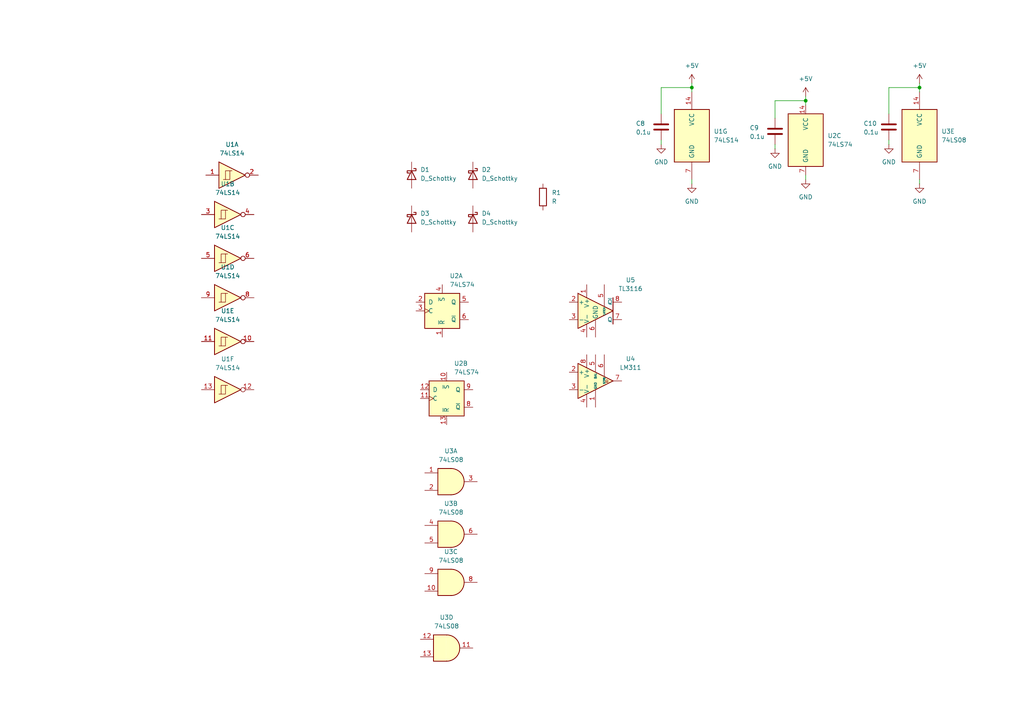
<source format=kicad_sch>
(kicad_sch (version 20250114) (generator "eeschema") (generator_version "9.0")
  (paper "A4")
  (lib_symbols
    (symbol "74xx:74LS08" (pin_names (offset 1.016))
      (property "Reference" "U" (at 0 1.27 0))
      (property "Value" "74LS08" (at 0 -1.27 0))
      (symbol "74LS08_1_1"
        (arc (start 0 3.81) (mid 3.7934 0) (end 0 -3.81) (stroke (width 0.254)) (fill (type background)))
        (polyline (pts (xy 0 3.81) (xy -3.81 3.81) (xy -3.81 -3.81) (xy 0 -3.81)) (stroke (width 0.254)) (fill (type background)))
        (pin input line (at -7.62 2.54 0) (length 3.81) (name "~") (number "1"))
        (pin input line (at -7.62 -2.54 0) (length 3.81) (name "~") (number "2"))
        (pin output line (at 7.62 0 180) (length 3.81) (name "~") (number "3"))
      )
      (symbol "74LS08_1_2"
        (arc (start -3.81 3.81) (mid -2.589 0) (end -3.81 -3.81) (stroke (width 0.254)))
        (polyline (pts (xy -3.81 3.81) (xy -0.635 3.81)) (stroke (width 0.254)) (fill (type background)))
        (polyline (pts (xy -3.81 -3.81) (xy -0.635 -3.81)) (stroke (width 0.254)) (fill (type background)))
        (arc (start 3.81 0) (mid 2.1855 -2.584) (end -0.6096 -3.81) (stroke (width 0.254)) (fill (type background)))
        (arc (start -0.6096 3.81) (mid 2.1928 2.5924) (end 3.81 0) (stroke (width 0.254)) (fill (type background)))
        (polyline (pts (xy -0.635 3.81) (xy -3.81 3.81) (xy -3.81 3.81) (xy -3.556 3.4036) (xy -3.0226 2.2606) (xy -2.6924 1.0414) (xy -2.6162 -0.254) (xy -2.7686 -1.4986) (xy -3.175 -2.7178) (xy -3.81 -3.81) (xy -3.81 -3.81) (xy -0.635 -3.81)) (stroke (width -25.4)) (fill (type background)))
        (pin input inverted (at -7.62 2.54 0) (length 4.318) (name "~") (number "1"))
        (pin input inverted (at -7.62 -2.54 0) (length 4.318) (name "~") (number "2"))
        (pin output inverted (at 7.62 0 180) (length 3.81) (name "~") (number "3"))
      )
      (symbol "74LS08_2_1"
        (arc (start 0 3.81) (mid 3.7934 0) (end 0 -3.81) (stroke (width 0.254)) (fill (type background)))
        (polyline (pts (xy 0 3.81) (xy -3.81 3.81) (xy -3.81 -3.81) (xy 0 -3.81)) (stroke (width 0.254)) (fill (type background)))
        (pin input line (at -7.62 2.54 0) (length 3.81) (name "~") (number "4"))
        (pin input line (at -7.62 -2.54 0) (length 3.81) (name "~") (number "5"))
        (pin output line (at 7.62 0 180) (length 3.81) (name "~") (number "6"))
      )
      (symbol "74LS08_2_2"
        (arc (start -3.81 3.81) (mid -2.589 0) (end -3.81 -3.81) (stroke (width 0.254)))
        (polyline (pts (xy -3.81 3.81) (xy -0.635 3.81)) (stroke (width 0.254)) (fill (type background)))
        (polyline (pts (xy -3.81 -3.81) (xy -0.635 -3.81)) (stroke (width 0.254)) (fill (type background)))
        (arc (start 3.81 0) (mid 2.1855 -2.584) (end -0.6096 -3.81) (stroke (width 0.254)) (fill (type background)))
        (arc (start -0.6096 3.81) (mid 2.1928 2.5924) (end 3.81 0) (stroke (width 0.254)) (fill (type background)))
        (polyline (pts (xy -0.635 3.81) (xy -3.81 3.81) (xy -3.81 3.81) (xy -3.556 3.4036) (xy -3.0226 2.2606) (xy -2.6924 1.0414) (xy -2.6162 -0.254) (xy -2.7686 -1.4986) (xy -3.175 -2.7178) (xy -3.81 -3.81) (xy -3.81 -3.81) (xy -0.635 -3.81)) (stroke (width -25.4)) (fill (type background)))
        (pin input inverted (at -7.62 2.54 0) (length 4.318) (name "~") (number "4"))
        (pin input inverted (at -7.62 -2.54 0) (length 4.318) (name "~") (number "5"))
        (pin output inverted (at 7.62 0 180) (length 3.81) (name "~") (number "6"))
      )
      (symbol "74LS08_3_1"
        (arc (start 0 3.81) (mid 3.7934 0) (end 0 -3.81) (stroke (width 0.254)) (fill (type background)))
        (polyline (pts (xy 0 3.81) (xy -3.81 3.81) (xy -3.81 -3.81) (xy 0 -3.81)) (stroke (width 0.254)) (fill (type background)))
        (pin input line (at -7.62 2.54 0) (length 3.81) (name "~") (number "9"))
        (pin input line (at -7.62 -2.54 0) (length 3.81) (name "~") (number "10"))
        (pin output line (at 7.62 0 180) (length 3.81) (name "~") (number "8"))
      )
      (symbol "74LS08_3_2"
        (arc (start -3.81 3.81) (mid -2.589 0) (end -3.81 -3.81) (stroke (width 0.254)))
        (polyline (pts (xy -3.81 3.81) (xy -0.635 3.81)) (stroke (width 0.254)) (fill (type background)))
        (polyline (pts (xy -3.81 -3.81) (xy -0.635 -3.81)) (stroke (width 0.254)) (fill (type background)))
        (arc (start 3.81 0) (mid 2.1855 -2.584) (end -0.6096 -3.81) (stroke (width 0.254)) (fill (type background)))
        (arc (start -0.6096 3.81) (mid 2.1928 2.5924) (end 3.81 0) (stroke (width 0.254)) (fill (type background)))
        (polyline (pts (xy -0.635 3.81) (xy -3.81 3.81) (xy -3.81 3.81) (xy -3.556 3.4036) (xy -3.0226 2.2606) (xy -2.6924 1.0414) (xy -2.6162 -0.254) (xy -2.7686 -1.4986) (xy -3.175 -2.7178) (xy -3.81 -3.81) (xy -3.81 -3.81) (xy -0.635 -3.81)) (stroke (width -25.4)) (fill (type background)))
        (pin input inverted (at -7.62 2.54 0) (length 4.318) (name "~") (number "9"))
        (pin input inverted (at -7.62 -2.54 0) (length 4.318) (name "~") (number "10"))
        (pin output inverted (at 7.62 0 180) (length 3.81) (name "~") (number "8"))
      )
      (symbol "74LS08_4_1"
        (arc (start 0 3.81) (mid 3.7934 0) (end 0 -3.81) (stroke (width 0.254)) (fill (type background)))
        (polyline (pts (xy 0 3.81) (xy -3.81 3.81) (xy -3.81 -3.81) (xy 0 -3.81)) (stroke (width 0.254)) (fill (type background)))
        (pin input line (at -7.62 2.54 0) (length 3.81) (name "~") (number "12"))
        (pin input line (at -7.62 -2.54 0) (length 3.81) (name "~") (number "13"))
        (pin output line (at 7.62 0 180) (length 3.81) (name "~") (number "11"))
      )
      (symbol "74LS08_4_2"
        (arc (start -3.81 3.81) (mid -2.589 0) (end -3.81 -3.81) (stroke (width 0.254)))
        (polyline (pts (xy -3.81 3.81) (xy -0.635 3.81)) (stroke (width 0.254)) (fill (type background)))
        (polyline (pts (xy -3.81 -3.81) (xy -0.635 -3.81)) (stroke (width 0.254)) (fill (type background)))
        (arc (start 3.81 0) (mid 2.1855 -2.584) (end -0.6096 -3.81) (stroke (width 0.254)) (fill (type background)))
        (arc (start -0.6096 3.81) (mid 2.1928 2.5924) (end 3.81 0) (stroke (width 0.254)) (fill (type background)))
        (polyline (pts (xy -0.635 3.81) (xy -3.81 3.81) (xy -3.81 3.81) (xy -3.556 3.4036) (xy -3.0226 2.2606) (xy -2.6924 1.0414) (xy -2.6162 -0.254) (xy -2.7686 -1.4986) (xy -3.175 -2.7178) (xy -3.81 -3.81) (xy -3.81 -3.81) (xy -0.635 -3.81)) (stroke (width -25.4)) (fill (type background)))
        (pin input inverted (at -7.62 2.54 0) (length 4.318) (name "~") (number "12"))
        (pin input inverted (at -7.62 -2.54 0) (length 4.318) (name "~") (number "13"))
        (pin output inverted (at 7.62 0 180) (length 3.81) (name "~") (number "11"))
      )
      (symbol "74LS08_5_0"
        (pin power_in line (at 0 12.7 270) (length 5.08) (name "VCC") (number "14"))
        (pin power_in line (at 0 -12.7 90) (length 5.08) (name "GND") (number "7"))
      )
      (symbol "74LS08_5_1"
        (rectangle (start -5.08 7.62) (end 5.08 -7.62) (stroke (width 0.254)) (fill (type background)))
      )
    )
    (symbol "74xx:74LS14" (pin_names (offset 1.016))
      (property "Reference" "U" (at 0 1.27 0))
      (property "Value" "74LS14" (at 0 -1.27 0))
      (symbol "74LS14_1_0"
        (polyline (pts (xy -3.81 3.81) (xy -3.81 -3.81) (xy 3.81 0) (xy -3.81 3.81)) (stroke (width 0.254)) (fill (type background)))
        (pin input line (at -7.62 0 0) (length 3.81) (name "~") (number "1"))
        (pin output inverted (at 7.62 0 180) (length 3.81) (name "~") (number "2"))
      )
      (symbol "74LS14_1_1"
        (polyline (pts (xy -2.54 -1.27) (xy -0.635 -1.27) (xy -0.635 1.27) (xy 0 1.27)))
        (polyline (pts (xy -1.905 -1.27) (xy -1.905 1.27) (xy -0.635 1.27)))
      )
      (symbol "74LS14_2_0"
        (polyline (pts (xy -3.81 3.81) (xy -3.81 -3.81) (xy 3.81 0) (xy -3.81 3.81)) (stroke (width 0.254)) (fill (type background)))
        (pin input line (at -7.62 0 0) (length 3.81) (name "~") (number "3"))
        (pin output inverted (at 7.62 0 180) (length 3.81) (name "~") (number "4"))
      )
      (symbol "74LS14_2_1"
        (polyline (pts (xy -2.54 -1.27) (xy -0.635 -1.27) (xy -0.635 1.27) (xy 0 1.27)))
        (polyline (pts (xy -1.905 -1.27) (xy -1.905 1.27) (xy -0.635 1.27)))
      )
      (symbol "74LS14_3_0"
        (polyline (pts (xy -3.81 3.81) (xy -3.81 -3.81) (xy 3.81 0) (xy -3.81 3.81)) (stroke (width 0.254)) (fill (type background)))
        (pin input line (at -7.62 0 0) (length 3.81) (name "~") (number "5"))
        (pin output inverted (at 7.62 0 180) (length 3.81) (name "~") (number "6"))
      )
      (symbol "74LS14_3_1"
        (polyline (pts (xy -2.54 -1.27) (xy -0.635 -1.27) (xy -0.635 1.27) (xy 0 1.27)))
        (polyline (pts (xy -1.905 -1.27) (xy -1.905 1.27) (xy -0.635 1.27)))
      )
      (symbol "74LS14_4_0"
        (polyline (pts (xy -3.81 3.81) (xy -3.81 -3.81) (xy 3.81 0) (xy -3.81 3.81)) (stroke (width 0.254)) (fill (type background)))
        (pin input line (at -7.62 0 0) (length 3.81) (name "~") (number "9"))
        (pin output inverted (at 7.62 0 180) (length 3.81) (name "~") (number "8"))
      )
      (symbol "74LS14_4_1"
        (polyline (pts (xy -2.54 -1.27) (xy -0.635 -1.27) (xy -0.635 1.27) (xy 0 1.27)))
        (polyline (pts (xy -1.905 -1.27) (xy -1.905 1.27) (xy -0.635 1.27)))
      )
      (symbol "74LS14_5_0"
        (polyline (pts (xy -3.81 3.81) (xy -3.81 -3.81) (xy 3.81 0) (xy -3.81 3.81)) (stroke (width 0.254)) (fill (type background)))
        (pin input line (at -7.62 0 0) (length 3.81) (name "~") (number "11"))
        (pin output inverted (at 7.62 0 180) (length 3.81) (name "~") (number "10"))
      )
      (symbol "74LS14_5_1"
        (polyline (pts (xy -2.54 -1.27) (xy -0.635 -1.27) (xy -0.635 1.27) (xy 0 1.27)))
        (polyline (pts (xy -1.905 -1.27) (xy -1.905 1.27) (xy -0.635 1.27)))
      )
      (symbol "74LS14_6_0"
        (polyline (pts (xy -3.81 3.81) (xy -3.81 -3.81) (xy 3.81 0) (xy -3.81 3.81)) (stroke (width 0.254)) (fill (type background)))
        (pin input line (at -7.62 0 0) (length 3.81) (name "~") (number "13"))
        (pin output inverted (at 7.62 0 180) (length 3.81) (name "~") (number "12"))
      )
      (symbol "74LS14_6_1"
        (polyline (pts (xy -2.54 -1.27) (xy -0.635 -1.27) (xy -0.635 1.27) (xy 0 1.27)))
        (polyline (pts (xy -1.905 -1.27) (xy -1.905 1.27) (xy -0.635 1.27)))
      )
      (symbol "74LS14_7_0"
        (pin power_in line (at 0 12.7 270) (length 5.08) (name "VCC") (number "14"))
        (pin power_in line (at 0 -12.7 90) (length 5.08) (name "GND") (number "7"))
      )
      (symbol "74LS14_7_1"
        (rectangle (start -5.08 7.62) (end 5.08 -7.62) (stroke (width 0.254)) (fill (type background)))
      )
    )
    (symbol "74xx:74LS74" (pin_names (offset 1.016))
      (property "Reference" "U" (at -7.62 8.89 0))
      (property "Value" "74LS74" (at -7.62 -8.89 0))
      (symbol "74LS74_1_0"
        (pin input line (at -7.62 2.54 0) (length 2.54) (name "D") (number "2"))
        (pin input clock (at -7.62 0 0) (length 2.54) (name "C") (number "3"))
        (pin input line (at 0 7.62 270) (length 2.54) (name "~{S}") (number "4"))
        (pin input line (at 0 -7.62 90) (length 2.54) (name "~{R}") (number "1"))
        (pin output line (at 7.62 2.54 180) (length 2.54) (name "Q") (number "5"))
        (pin output line (at 7.62 -2.54 180) (length 2.54) (name "~{Q}") (number "6"))
      )
      (symbol "74LS74_1_1"
        (rectangle (start -5.08 5.08) (end 5.08 -5.08) (stroke (width 0.254)) (fill (type background)))
      )
      (symbol "74LS74_2_0"
        (pin input line (at -7.62 2.54 0) (length 2.54) (name "D") (number "12"))
        (pin input clock (at -7.62 0 0) (length 2.54) (name "C") (number "11"))
        (pin input line (at 0 7.62 270) (length 2.54) (name "~{S}") (number "10"))
        (pin input line (at 0 -7.62 90) (length 2.54) (name "~{R}") (number "13"))
        (pin output line (at 7.62 2.54 180) (length 2.54) (name "Q") (number "9"))
        (pin output line (at 7.62 -2.54 180) (length 2.54) (name "~{Q}") (number "8"))
      )
      (symbol "74LS74_2_1"
        (rectangle (start -5.08 5.08) (end 5.08 -5.08) (stroke (width 0.254)) (fill (type background)))
      )
      (symbol "74LS74_3_0"
        (pin power_in line (at 0 10.16 270) (length 2.54) (name "VCC") (number "14"))
        (pin power_in line (at 0 -10.16 90) (length 2.54) (name "GND") (number "7"))
      )
      (symbol "74LS74_3_1"
        (rectangle (start -5.08 7.62) (end 5.08 -7.62) (stroke (width 0.254)) (fill (type background)))
      )
    )
    (symbol "Comparator:LM311" (pin_names (offset 0.127))
      (property "Reference" "U" (at 3.81 6.35 0))
      (property "Value" "LM311" (at 3.81 3.81 0))
      (symbol "LM311_0_1"
        (polyline (pts (xy 3.683 -0.381) (xy 3.302 -0.381) (xy 3.683 0) (xy 3.302 0.381) (xy 2.921 0) (xy 3.302 -0.381) (xy 2.921 -0.381)) (stroke (width 0.127)))
        (polyline (pts (xy 5.08 0) (xy -5.08 5.08) (xy -5.08 -5.08) (xy 5.08 0)) (stroke (width 0.254)) (fill (type background)))
      )
      (symbol "LM311_1_1"
        (pin input line (at -7.62 2.54 0) (length 2.54) (name "+") (number "2"))
        (pin input line (at -7.62 -2.54 0) (length 2.54) (name "-") (number "3"))
        (pin power_in line (at -2.54 7.62 270) (length 3.81) (name "V+") (number "8"))
        (pin power_in line (at -2.54 -7.62 90) (length 3.81) (name "V-") (number "4"))
        (pin input line (at 0 7.62 270) (length 5.08) (name "BAL") (number "5"))
        (pin passive line (at 0 -7.62 90) (length 5.08) (name "GND") (number "1"))
        (pin input line (at 2.54 7.62 270) (length 6.35) (name "STRB") (number "6"))
        (pin open_collector line (at 7.62 0 180) (length 2.54) (name "~") (number "7"))
      )
    )
    (symbol "Comparator:TL3116" (pin_names (offset 0.127))
      (property "Reference" "U" (at 3.81 6.35 0))
      (property "Value" "TL3116" (at 3.81 -5.08 0))
      (symbol "TL3116_0_1"
        (polyline (pts (xy -5.08 5.08) (xy 5.08 0) (xy -5.08 -5.08) (xy -5.08 5.08)) (stroke (width 0.254)) (fill (type background)))
        (polyline (pts (xy 5.08 3.81) (xy 5.08 -3.81)) (stroke (width 0.254)))
      )
      (symbol "TL3116_1_1"
        (pin input line (at -7.62 2.54 0) (length 2.54) (name "+") (number "2"))
        (pin input line (at -7.62 -2.54 0) (length 2.54) (name "-") (number "3"))
        (pin power_in line (at -2.54 7.62 270) (length 3.81) (name "V+") (number "1"))
        (pin power_in line (at -2.54 -7.62 90) (length 3.81) (name "V-") (number "4"))
        (pin power_in line (at 0 -7.62 90) (length 5.08) (name "GND") (number "6"))
        (pin input line (at 2.54 7.62 270) (length 6.35) (name "LATCH") (number "5"))
        (pin output line (at 7.62 2.54 180) (length 2.54) (name "~{Q}") (number "8"))
        (pin output line (at 7.62 -2.54 180) (length 2.54) (name "Q") (number "7"))
      )
    )
    (symbol "Device:C" (pin_numbers (hide yes)) (pin_names (offset 0.254))
      (property "Reference" "C" (at 0.635 2.54 0))
      (property "Value" "C" (at 0.635 -2.54 0))
      (symbol "C_0_1"
        (polyline (pts (xy -2.032 0.762) (xy 2.032 0.762)) (stroke (width 0.508)))
        (polyline (pts (xy -2.032 -0.762) (xy 2.032 -0.762)) (stroke (width 0.508)))
      )
      (symbol "C_1_1"
        (pin passive line (at 0 3.81 270) (length 2.794) (name "~") (number "1"))
        (pin passive line (at 0 -3.81 90) (length 2.794) (name "~") (number "2"))
      )
    )
    (symbol "Device:D_Schottky" (pin_numbers (hide yes)) (pin_names (offset 1.016) (hide yes))
      (property "Reference" "D" (at 0 2.54 0))
      (property "Value" "D_Schottky" (at 0 -2.54 0))
      (symbol "D_Schottky_0_1"
        (polyline (pts (xy -1.905 0.635) (xy -1.905 1.27) (xy -1.27 1.27) (xy -1.27 -1.27) (xy -0.635 -1.27) (xy -0.635 -0.635)) (stroke (width 0.254)))
        (polyline (pts (xy 1.27 1.27) (xy 1.27 -1.27) (xy -1.27 0) (xy 1.27 1.27)) (stroke (width 0.254)))
        (polyline (pts (xy 1.27 0) (xy -1.27 0)))
      )
      (symbol "D_Schottky_1_1"
        (pin passive line (at -3.81 0 0) (length 2.54) (name "K") (number "1"))
        (pin passive line (at 3.81 0 180) (length 2.54) (name "A") (number "2"))
      )
    )
    (symbol "Device:R" (pin_numbers (hide yes)) (pin_names (offset 0))
      (property "Reference" "R" (at 2.032 0 90))
      (property "Value" "R" (at 0 0 90))
      (symbol "R_0_1"
        (rectangle (start -1.016 -2.54) (end 1.016 2.54) (stroke (width 0.254)))
      )
      (symbol "R_1_1"
        (pin passive line (at 0 3.81 270) (length 1.27) (name "~") (number "1"))
        (pin passive line (at 0 -3.81 90) (length 1.27) (name "~") (number "2"))
      )
    )
    (symbol "power:+5V" (power) (pin_numbers (hide yes)) (pin_names (offset 0) (hide yes))
      (property "Value" "+5V" (at 0 3.556 0))
      (symbol "+5V_0_1"
        (polyline (pts (xy -0.762 1.27) (xy 0 2.54)))
        (polyline (pts (xy 0 2.54) (xy 0.762 1.27)))
        (polyline (pts (xy 0 0) (xy 0 2.54)))
      )
      (symbol "+5V_1_1"
        (pin power_in line (at 0 0 90) (length 0) (name "~") (number "1"))
      )
    )
    (symbol "power:GND" (power) (pin_numbers (hide yes)) (pin_names (offset 0) (hide yes))
      (property "Value" "GND" (at 0 -3.81 0))
      (symbol "GND_0_1"
        (polyline (pts (xy 0 0) (xy 0 -1.27) (xy 1.27 -1.27) (xy 0 -2.54) (xy -1.27 -1.27) (xy 0 -1.27)))
      )
      (symbol "GND_1_1"
        (pin power_in line (at 0 0 270) (length 0) (name "~") (number "1"))
      )
    )
  )
  (junction (at 200.66 25.4))
  (junction (at 266.7 25.4))
  (junction (at 233.68 29.21))
  (wire (pts (xy 266.7 24.13) (xy 266.7 25.4)))
  (wire (pts (xy 233.68 27.94) (xy 233.68 29.21)))
  (wire (pts (xy 200.66 25.4) (xy 200.66 26.67)))
  (wire (pts (xy 257.81 41.91) (xy 257.81 40.64)))
  (wire (pts (xy 266.7 25.4) (xy 266.7 26.67)))
  (wire (pts (xy 233.68 29.21) (xy 233.68 30.48)))
  (wire (pts (xy 257.81 25.4) (xy 257.81 33.02)))
  (wire (pts (xy 191.77 25.4) (xy 200.66 25.4)))
  (wire (pts (xy 224.79 43.18) (xy 224.79 41.91)))
  (wire (pts (xy 191.77 25.4) (xy 191.77 33.02)))
  (wire (pts (xy 200.66 24.13) (xy 200.66 25.4)))
  (wire (pts (xy 224.79 29.21) (xy 224.79 34.29)))
  (wire (pts (xy 224.79 29.21) (xy 233.68 29.21)))
  (wire (pts (xy 266.7 53.34) (xy 266.7 52.07)))
  (wire (pts (xy 233.68 52.07) (xy 233.68 50.8)))
  (wire (pts (xy 200.66 53.34) (xy 200.66 52.07)))
  (wire (pts (xy 257.81 25.4) (xy 266.7 25.4)))
  (wire (pts (xy 191.77 41.91) (xy 191.77 40.64)))
  (symbol (lib_id "74xx:74LS14") (at 66.04 113.03 0) (unit 6)
    (property "Reference" "U1" (at 66.04 104.14 0))
    (property "Value" "74LS14" (at 66.04 106.68 0))
    (property "Footprint" "Package_DIP:DIP-14_W7.62mm_Socket" (effects (hide yes)))
    (property "Datasheet" "http://www.ti.com/lit/gpn/sn74LS14" (effects (hide yes)))
    (property "Description" "Hex inverter schmitt trigger" (effects (hide yes)))
  )
  (symbol (lib_id "Device:C") (at 257.81 36.83 180) (unit 1)
    (property "Reference" "C10" (at 250.444 35.814 0) (effects (justify right)))
    (property "Value" "0.1u" (at 250.444 38.354 0) (effects (justify right)))
    (property "Description" "Unpolarized capacitor" (effects (hide yes)))
  )
  (symbol (lib_id "Device:C") (at 191.77 36.83 180) (unit 1)
    (property "Reference" "C8" (at 184.404 35.814 0) (effects (justify right)))
    (property "Value" "0.1u" (at 184.404 38.354 0) (effects (justify right)))
    (property "Description" "Unpolarized capacitor" (effects (hide yes)))
  )
  (symbol (lib_id "Comparator:LM311") (at 172.72 110.49 0) (unit 1)
    (property "Reference" "U4" (at 182.88 104.0698 0))
    (property "Value" "LM311" (at 182.88 106.6098 0))
    (property "Footprint" "Package_DIP:DIP-8_W7.62mm_Socket" (effects (hide yes)))
    (property "Datasheet" "https://www.st.com/resource/en/datasheet/lm311.pdf" (effects (hide yes)))
    (property "Description" "Voltage Comparator, DIP-8/SOIC-8" (effects (hide yes)))
  )
  (symbol (lib_id "Device:R") (at 157.48 57.15 0) (unit 1)
    (property "Reference" "R1" (at 160.02 55.8799 0) (effects (justify left)))
    (property "Value" "R" (at 160.02 58.4199 0) (effects (justify left)))
    (property "Footprint" "Resistor_SMD:R_0805_2012Metric" (effects (hide yes)))
    (property "Description" "Resistor" (effects (hide yes)))
  )
  (symbol (lib_id "74xx:74LS14") (at 66.04 86.36 0) (unit 4)
    (property "Reference" "U1" (at 66.04 77.47 0))
    (property "Value" "74LS14" (at 66.04 80.01 0))
    (property "Footprint" "Package_DIP:DIP-14_W7.62mm_Socket" (effects (hide yes)))
    (property "Datasheet" "http://www.ti.com/lit/gpn/sn74LS14" (effects (hide yes)))
    (property "Description" "Hex inverter schmitt trigger" (effects (hide yes)))
  )
  (symbol (lib_id "Comparator:TL3116") (at 172.72 90.17 0) (unit 1)
    (property "Reference" "U5" (at 182.88 81.2098 0))
    (property "Value" "TL3116" (at 182.88 83.7498 0))
    (property "Footprint" "Package_SO:SOIC-8_3.9x4.9mm_P1.27mm" (effects (hide yes)))
    (property "Datasheet" "http://www.ti.com/lit/ds/symlink/tl3116.pdf" (effects (hide yes)))
    (property "Description" "Single Ultra-Fast Low-Power Precision Comparators, SOIC-8/TSSOP-8" (effects (hide yes)))
  )
  (symbol (lib_id "Device:D_Schottky") (at 119.38 50.8 270) (unit 1)
    (property "Reference" "D1" (at 121.92 49.2124 90) (effects (justify left)))
    (property "Value" "D_Schottky" (at 121.92 51.7524 90) (effects (justify left)))
    (property "Description" "Schottky diode" (effects (hide yes)))
  )
  (symbol (lib_id "Device:D_Schottky") (at 137.16 50.8 270) (unit 1)
    (property "Reference" "D2" (at 139.7 49.2124 90) (effects (justify left)))
    (property "Value" "D_Schottky" (at 139.7 51.7524 90) (effects (justify left)))
    (property "Description" "Schottky diode" (effects (hide yes)))
  )
  (symbol (lib_id "74xx:74LS14") (at 66.04 74.93 0) (unit 3)
    (property "Reference" "U1" (at 66.04 66.04 0))
    (property "Value" "74LS14" (at 66.04 68.58 0))
    (property "Footprint" "Package_DIP:DIP-14_W7.62mm_Socket" (effects (hide yes)))
    (property "Datasheet" "http://www.ti.com/lit/gpn/sn74LS14" (effects (hide yes)))
    (property "Description" "Hex inverter schmitt trigger" (effects (hide yes)))
  )
  (symbol (lib_id "power:GND") (at 191.77 41.91 0) (unit 1)
    (property "Reference" "#PWR019" (effects (hide yes)))
    (property "Value" "GND" (at 191.77 46.99 0))
    (property "Description" "Power symbol creates a global label with name \"GND\" , ground" (effects (hide yes)))
  )
  (symbol (lib_id "74xx:74LS08") (at 130.81 154.94 0) (unit 2)
    (property "Reference" "U3" (at 130.8017 146.05 0))
    (property "Value" "74LS08" (at 130.8017 148.59 0))
    (property "Footprint" "Package_DIP:DIP-14_W7.62mm_Socket" (effects (hide yes)))
    (property "Datasheet" "http://www.ti.com/lit/gpn/sn74LS08" (effects (hide yes)))
    (property "Description" "Quad And2" (effects (hide yes)))
  )
  (symbol (lib_id "74xx:74LS08") (at 129.54 187.96 0) (unit 4)
    (property "Reference" "U3" (at 129.5317 179.07 0))
    (property "Value" "74LS08" (at 129.5317 181.61 0))
    (property "Footprint" "Package_DIP:DIP-14_W7.62mm_Socket" (effects (hide yes)))
    (property "Datasheet" "http://www.ti.com/lit/gpn/sn74LS08" (effects (hide yes)))
    (property "Description" "Quad And2" (effects (hide yes)))
  )
  (symbol (lib_id "power:+5V") (at 200.66 24.13 0) (unit 1)
    (property "Reference" "#PWR04" (effects (hide yes)))
    (property "Value" "+5V" (at 200.66 19.05 0))
    (property "Description" "Power symbol creates a global label with name \"+5V\"" (effects (hide yes)))
  )
  (symbol (lib_id "74xx:74LS74") (at 128.27 90.17 0) (unit 1)
    (property "Reference" "U2" (at 130.4133 80.01 0) (effects (justify left)))
    (property "Value" "74LS74" (at 130.4133 82.55 0) (effects (justify left)))
    (property "Footprint" "Package_DIP:DIP-14_W7.62mm_Socket" (effects (hide yes)))
    (property "Datasheet" "74xx/74hc_hct74.pdf" (effects (hide yes)))
    (property "Description" "Dual D Flip-flop, Set & Reset" (effects (hide yes)))
  )
  (symbol (lib_id "74xx:74LS74") (at 233.68 40.64 0) (unit 3)
    (property "Reference" "U2" (at 240.03 39.3699 0) (effects (justify left)))
    (property "Value" "74LS74" (at 240.03 41.9099 0) (effects (justify left)))
    (property "Footprint" "Package_DIP:DIP-14_W7.62mm_Socket" (effects (hide yes)))
    (property "Datasheet" "74xx/74hc_hct74.pdf" (effects (hide yes)))
    (property "Description" "Dual D Flip-flop, Set & Reset" (effects (hide yes)))
  )
  (symbol (lib_id "power:GND") (at 200.66 53.34 0) (unit 1)
    (property "Reference" "#PWR03" (effects (hide yes)))
    (property "Value" "GND" (at 200.66 58.42 0))
    (property "Description" "Power symbol creates a global label with name \"GND\" , ground" (effects (hide yes)))
  )
  (symbol (lib_id "power:+5V") (at 233.68 27.94 0) (unit 1)
    (property "Reference" "#PWR05" (effects (hide yes)))
    (property "Value" "+5V" (at 233.68 22.86 0))
    (property "Description" "Power symbol creates a global label with name \"+5V\"" (effects (hide yes)))
  )
  (symbol (lib_id "power:+5V") (at 266.7 24.13 0) (unit 1)
    (property "Reference" "#PWR06" (effects (hide yes)))
    (property "Value" "+5V" (at 266.7 19.05 0))
    (property "Description" "Power symbol creates a global label with name \"+5V\"" (effects (hide yes)))
  )
  (symbol (lib_id "power:GND") (at 233.68 52.07 0) (unit 1)
    (property "Reference" "#PWR01" (effects (hide yes)))
    (property "Value" "GND" (at 233.68 57.15 0))
    (property "Description" "Power symbol creates a global label with name \"GND\" , ground" (effects (hide yes)))
  )
  (symbol (lib_id "Device:D_Schottky") (at 119.38 63.5 270) (unit 1)
    (property "Reference" "D3" (at 121.92 61.9124 90) (effects (justify left)))
    (property "Value" "D_Schottky" (at 121.92 64.4524 90) (effects (justify left)))
    (property "Description" "Schottky diode" (effects (hide yes)))
  )
  (symbol (lib_id "power:GND") (at 266.7 53.34 0) (unit 1)
    (property "Reference" "#PWR02" (effects (hide yes)))
    (property "Value" "GND" (at 266.7 58.42 0))
    (property "Description" "Power symbol creates a global label with name \"GND\" , ground" (effects (hide yes)))
  )
  (symbol (lib_id "power:GND") (at 224.79 43.18 0) (unit 1)
    (property "Reference" "#PWR020" (effects (hide yes)))
    (property "Value" "GND" (at 224.79 48.26 0))
    (property "Description" "Power symbol creates a global label with name \"GND\" , ground" (effects (hide yes)))
  )
  (symbol (lib_id "74xx:74LS08") (at 266.7 39.37 0) (unit 5)
    (property "Reference" "U3" (at 273.05 38.0999 0) (effects (justify left)))
    (property "Value" "74LS08" (at 273.05 40.6399 0) (effects (justify left)))
    (property "Footprint" "Package_DIP:DIP-14_W7.62mm_Socket" (effects (hide yes)))
    (property "Datasheet" "http://www.ti.com/lit/gpn/sn74LS08" (effects (hide yes)))
    (property "Description" "Quad And2" (effects (hide yes)))
  )
  (symbol (lib_id "74xx:74LS08") (at 130.81 168.91 0) (unit 3)
    (property "Reference" "U3" (at 130.8017 160.02 0))
    (property "Value" "74LS08" (at 130.8017 162.56 0))
    (property "Footprint" "Package_DIP:DIP-14_W7.62mm_Socket" (effects (hide yes)))
    (property "Datasheet" "http://www.ti.com/lit/gpn/sn74LS08" (effects (hide yes)))
    (property "Description" "Quad And2" (effects (hide yes)))
  )
  (symbol (lib_id "74xx:74LS14") (at 66.04 62.23 0) (unit 2)
    (property "Reference" "U1" (at 66.04 53.34 0))
    (property "Value" "74LS14" (at 66.04 55.88 0))
    (property "Footprint" "Package_DIP:DIP-14_W7.62mm_Socket" (effects (hide yes)))
    (property "Datasheet" "http://www.ti.com/lit/gpn/sn74LS14" (effects (hide yes)))
    (property "Description" "Hex inverter schmitt trigger" (effects (hide yes)))
  )
  (symbol (lib_id "power:GND") (at 257.81 41.91 0) (unit 1)
    (property "Reference" "#PWR021" (effects (hide yes)))
    (property "Value" "GND" (at 257.81 46.99 0))
    (property "Description" "Power symbol creates a global label with name \"GND\" , ground" (effects (hide yes)))
  )
  (symbol (lib_id "74xx:74LS08") (at 130.81 139.7 0) (unit 1)
    (property "Reference" "U3" (at 130.8017 130.81 0))
    (property "Value" "74LS08" (at 130.8017 133.35 0))
    (property "Footprint" "Package_DIP:DIP-14_W7.62mm_Socket" (effects (hide yes)))
    (property "Datasheet" "http://www.ti.com/lit/gpn/sn74LS08" (effects (hide yes)))
    (property "Description" "Quad And2" (effects (hide yes)))
  )
  (symbol (lib_id "74xx:74LS14") (at 200.66 39.37 0) (unit 7)
    (property "Reference" "U1" (at 207.01 38.0999 0) (effects (justify left)))
    (property "Value" "74LS14" (at 207.01 40.6399 0) (effects (justify left)))
    (property "Footprint" "Package_DIP:DIP-14_W7.62mm_Socket" (effects (hide yes)))
    (property "Datasheet" "http://www.ti.com/lit/gpn/sn74LS14" (effects (hide yes)))
    (property "Description" "Hex inverter schmitt trigger" (effects (hide yes)))
  )
  (symbol (lib_id "74xx:74LS14") (at 67.31 50.8 0) (unit 1)
    (property "Reference" "U1" (at 67.31 41.91 0))
    (property "Value" "74LS14" (at 67.31 44.45 0))
    (property "Footprint" "Package_DIP:DIP-14_W7.62mm_Socket" (effects (hide yes)))
    (property "Datasheet" "http://www.ti.com/lit/gpn/sn74LS14" (effects (hide yes)))
    (property "Description" "Hex inverter schmitt trigger" (effects (hide yes)))
  )
  (symbol (lib_id "Device:C") (at 224.79 38.1 180) (unit 1)
    (property "Reference" "C9" (at 217.424 37.084 0) (effects (justify right)))
    (property "Value" "0.1u" (at 217.424 39.624 0) (effects (justify right)))
    (property "Description" "Unpolarized capacitor" (effects (hide yes)))
  )
  (symbol (lib_id "Device:D_Schottky") (at 137.16 63.5 270) (unit 1)
    (property "Reference" "D4" (at 139.7 61.9124 90) (effects (justify left)))
    (property "Value" "D_Schottky" (at 139.7 64.4524 90) (effects (justify left)))
    (property "Description" "Schottky diode" (effects (hide yes)))
  )
  (symbol (lib_id "74xx:74LS74") (at 129.54 115.57 0) (unit 2)
    (property "Reference" "U2" (at 131.6833 105.41 0) (effects (justify left)))
    (property "Value" "74LS74" (at 131.6833 107.95 0) (effects (justify left)))
    (property "Footprint" "Package_DIP:DIP-14_W7.62mm_Socket" (effects (hide yes)))
    (property "Datasheet" "74xx/74hc_hct74.pdf" (effects (hide yes)))
    (property "Description" "Dual D Flip-flop, Set & Reset" (effects (hide yes)))
  )
  (symbol (lib_id "74xx:74LS14") (at 66.04 99.06 0) (unit 5)
    (property "Reference" "U1" (at 66.04 90.17 0))
    (property "Value" "74LS14" (at 66.04 92.71 0))
    (property "Footprint" "Package_DIP:DIP-14_W7.62mm_Socket" (effects (hide yes)))
    (property "Datasheet" "http://www.ti.com/lit/gpn/sn74LS14" (effects (hide yes)))
    (property "Description" "Hex inverter schmitt trigger" (effects (hide yes)))
  )
)
</source>
